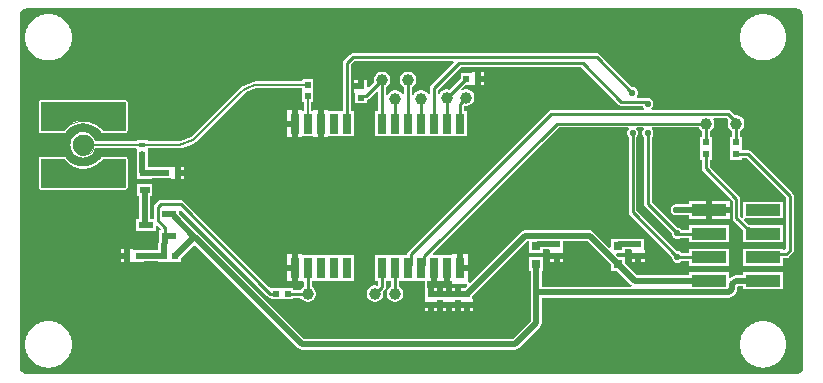
<source format=gtl>
G04*
G04 #@! TF.GenerationSoftware,Altium Limited,Altium Designer,21.6.4 (81)*
G04*
G04 Layer_Physical_Order=1*
G04 Layer_Color=255*
%FSLAX25Y25*%
%MOIN*%
G70*
G04*
G04 #@! TF.SameCoordinates,58B769C5-09E4-400E-A119-9391F3B74D98*
G04*
G04*
G04 #@! TF.FilePolarity,Positive*
G04*
G01*
G75*
%ADD10C,0.00700*%
%ADD19R,0.05000X0.02200*%
%ADD20R,0.03543X0.02362*%
%ADD21R,0.01968X0.02362*%
%ADD22R,0.03150X0.03150*%
%ADD23R,0.01968X0.01575*%
%ADD24R,0.11614X0.04016*%
%ADD25R,0.19685X0.03937*%
%ADD26C,0.03937*%
%ADD27R,0.01968X0.01968*%
%ADD28R,0.01968X0.01968*%
%ADD29R,0.02362X0.01968*%
%ADD41C,0.00050*%
%ADD42R,0.03150X0.07080*%
%ADD43C,0.01000*%
%ADD44C,0.02000*%
%ADD45C,0.02165*%
%ADD46C,0.02200*%
G36*
X851834Y812659D02*
X852316Y812460D01*
X852749Y812170D01*
X853118Y811802D01*
X853407Y811369D01*
X853607Y810888D01*
X853709Y810377D01*
X853709Y810117D01*
X853697Y693366D01*
X853698Y693366D01*
X853697Y693366D01*
X853697Y693129D01*
X853605Y692665D01*
X853424Y692227D01*
X853161Y691833D01*
X852826Y691498D01*
X852433Y691234D01*
X851995Y691053D01*
X851531Y690960D01*
X851294Y690960D01*
X594965Y690976D01*
X594965Y690976D01*
X594965Y690976D01*
X594718D01*
X594233Y691072D01*
X593776Y691261D01*
X593365Y691536D01*
X593016Y691885D01*
X592741Y692296D01*
X592552Y692753D01*
X592456Y693237D01*
X592456Y693484D01*
X592456Y693484D01*
X592456Y693484D01*
X592448Y810142D01*
X592448Y810399D01*
X592548Y810903D01*
X592745Y811378D01*
X593030Y811805D01*
X593394Y812169D01*
X593821Y812455D01*
X594296Y812652D01*
X594800Y812752D01*
X595057Y812753D01*
X851063Y812761D01*
X851324D01*
X851834Y812659D01*
D02*
G37*
%LPC*%
G36*
X840865Y810842D02*
X839663D01*
X839508Y810811D01*
X839349D01*
X838171Y810577D01*
X838024Y810516D01*
X837869Y810485D01*
X836759Y810025D01*
X836627Y809937D01*
X836481Y809877D01*
X835482Y809209D01*
X835370Y809097D01*
X835238Y809009D01*
X834388Y808159D01*
X834301Y808028D01*
X834189Y807916D01*
X833521Y806917D01*
X833460Y806770D01*
X833372Y806639D01*
X832913Y805528D01*
X832882Y805373D01*
X832821Y805227D01*
X832587Y804048D01*
Y803890D01*
X832556Y803735D01*
Y802533D01*
X832587Y802378D01*
Y802220D01*
X832821Y801041D01*
X832882Y800895D01*
X832913Y800739D01*
X833372Y799629D01*
X833460Y799497D01*
X833521Y799351D01*
X834189Y798352D01*
X834301Y798240D01*
X834388Y798108D01*
X835238Y797259D01*
X835370Y797171D01*
X835482Y797059D01*
X836481Y796391D01*
X836627Y796330D01*
X836759Y796243D01*
X837869Y795783D01*
X838024Y795752D01*
X838171Y795691D01*
X839349Y795457D01*
X839508D01*
X839663Y795426D01*
X840865D01*
X841020Y795457D01*
X841178D01*
X842357Y795691D01*
X842503Y795752D01*
X842658Y795783D01*
X843769Y796243D01*
X843900Y796330D01*
X844046Y796391D01*
X845046Y797059D01*
X845158Y797171D01*
X845289Y797259D01*
X846139Y798108D01*
X846227Y798240D01*
X846339Y798352D01*
X847007Y799351D01*
X847067Y799497D01*
X847155Y799629D01*
X847615Y800739D01*
X847646Y800895D01*
X847706Y801041D01*
X847941Y802220D01*
Y802378D01*
X847972Y802533D01*
Y803735D01*
X847941Y803890D01*
Y804048D01*
X847706Y805227D01*
X847646Y805373D01*
X847615Y805528D01*
X847155Y806639D01*
X847067Y806770D01*
X847007Y806917D01*
X846339Y807916D01*
X846227Y808028D01*
X846139Y808159D01*
X845289Y809009D01*
X845158Y809097D01*
X845046Y809209D01*
X844046Y809877D01*
X843900Y809937D01*
X843769Y810025D01*
X842658Y810485D01*
X842503Y810516D01*
X842357Y810577D01*
X841178Y810811D01*
X841020D01*
X840865Y810842D01*
D02*
G37*
G36*
X602676D02*
X601474D01*
X601319Y810811D01*
X601160D01*
X599981Y810577D01*
X599835Y810516D01*
X599680Y810485D01*
X598570Y810025D01*
X598438Y809937D01*
X598292Y809877D01*
X597293Y809209D01*
X597181Y809097D01*
X597049Y809009D01*
X596199Y808159D01*
X596111Y808028D01*
X596000Y807916D01*
X595332Y806917D01*
X595271Y806770D01*
X595184Y806639D01*
X594724Y805528D01*
X594693Y805373D01*
X594632Y805227D01*
X594398Y804048D01*
Y803890D01*
X594367Y803735D01*
Y802533D01*
X594398Y802378D01*
Y802220D01*
X594632Y801041D01*
X594693Y800895D01*
X594724Y800739D01*
X595184Y799629D01*
X595271Y799497D01*
X595332Y799351D01*
X596000Y798352D01*
X596112Y798240D01*
X596199Y798108D01*
X597049Y797259D01*
X597181Y797171D01*
X597293Y797059D01*
X598292Y796391D01*
X598438Y796330D01*
X598570Y796243D01*
X599680Y795783D01*
X599835Y795752D01*
X599981Y795691D01*
X601160Y795457D01*
X601319D01*
X601474Y795426D01*
X602676D01*
X602831Y795457D01*
X602989D01*
X604168Y795691D01*
X604314Y795752D01*
X604469Y795783D01*
X605580Y796243D01*
X605711Y796330D01*
X605857Y796391D01*
X606857Y797059D01*
X606969Y797171D01*
X607100Y797259D01*
X607950Y798108D01*
X608038Y798240D01*
X608150Y798352D01*
X608818Y799351D01*
X608878Y799497D01*
X608966Y799629D01*
X609426Y800739D01*
X609457Y800895D01*
X609517Y801041D01*
X609752Y802220D01*
Y802378D01*
X609783Y802533D01*
Y803735D01*
X609752Y803890D01*
Y804048D01*
X609517Y805227D01*
X609457Y805373D01*
X609426Y805528D01*
X608966Y806639D01*
X608878Y806770D01*
X608818Y806917D01*
X608150Y807916D01*
X608038Y808028D01*
X607950Y808159D01*
X607100Y809009D01*
X606969Y809097D01*
X606857Y809209D01*
X605857Y809877D01*
X605711Y809937D01*
X605580Y810025D01*
X604469Y810485D01*
X604314Y810516D01*
X604168Y810577D01*
X602989Y810811D01*
X602831D01*
X602676Y810842D01*
D02*
G37*
G36*
X746181Y791551D02*
Y790370D01*
X747165D01*
Y791551D01*
X746181D01*
D02*
G37*
G36*
X690263Y789173D02*
X686720D01*
Y788563D01*
X672964D01*
X672949Y788566D01*
Y788573D01*
X671201Y788436D01*
X669496Y788027D01*
X667877Y787356D01*
X666382Y786440D01*
X665049Y785301D01*
X665054Y785296D01*
X665045Y785283D01*
X650836Y771073D01*
X650804Y771026D01*
X649505Y769960D01*
X647974Y769142D01*
X646313Y768638D01*
X644641Y768473D01*
X644586Y768484D01*
X635093D01*
Y768898D01*
X631550D01*
Y768484D01*
X617725D01*
X617326Y769447D01*
X616983Y769894D01*
X616955Y769936D01*
X616937Y769954D01*
X616651Y770327D01*
X616278Y770613D01*
X616260Y770631D01*
X616218Y770659D01*
X615771Y771002D01*
X614746Y771426D01*
X614188Y771500D01*
X614138Y771510D01*
X614112D01*
X613646Y771571D01*
X613180Y771510D01*
X613155D01*
X613105Y771500D01*
X612547Y771426D01*
X611522Y771002D01*
X611075Y770659D01*
X611033Y770631D01*
X611015Y770613D01*
X610642Y770327D01*
X610356Y769954D01*
X610338Y769936D01*
X610310Y769894D01*
X609967Y769447D01*
X609542Y768422D01*
X609469Y767864D01*
X609459Y767814D01*
Y767789D01*
X609398Y767322D01*
X609459Y766856D01*
Y766831D01*
X609469Y766781D01*
X609542Y766223D01*
X609967Y765198D01*
X610310Y764752D01*
X610338Y764709D01*
X610356Y764691D01*
X610642Y764318D01*
X611015Y764032D01*
X611033Y764014D01*
X611075Y763986D01*
X611522Y763643D01*
X612547Y763218D01*
X613105Y763145D01*
X613155Y763135D01*
X613180D01*
X613646Y763074D01*
X614112Y763135D01*
X614138D01*
X614188Y763145D01*
X614746Y763218D01*
X615771Y763643D01*
X616217Y763986D01*
X616260Y764014D01*
X616278Y764032D01*
X616651Y764318D01*
X616937Y764691D01*
X616955Y764709D01*
X616983Y764751D01*
X617326Y765198D01*
X617725Y766162D01*
X631341D01*
X631550Y765748D01*
Y764429D01*
X631499Y764173D01*
Y759378D01*
X631499Y759378D01*
X631563Y759054D01*
Y758206D01*
X631563Y758206D01*
X631598Y758030D01*
Y756056D01*
X636717D01*
Y756203D01*
X641001D01*
X641257Y756253D01*
X642785Y756253D01*
X643197Y756041D01*
X643428Y756041D01*
X644181D01*
Y758025D01*
Y760009D01*
X643197D01*
X642785Y759797D01*
X641257Y759797D01*
X641001Y759847D01*
X636717D01*
Y759994D01*
X635144D01*
Y764173D01*
X635093Y764429D01*
Y765748D01*
X635302Y766162D01*
X644570D01*
X644586Y766158D01*
Y766151D01*
X646333Y766289D01*
X648038Y766698D01*
X649658Y767369D01*
X651152Y768285D01*
X652485Y769423D01*
X652485Y769423D01*
X652831Y769783D01*
X666699Y783651D01*
X666730Y783699D01*
X668029Y784764D01*
X669560Y785583D01*
X671221Y786087D01*
X672893Y786251D01*
X672949Y786240D01*
X686720D01*
Y785736D01*
X686720Y785630D01*
Y785236D01*
X686720Y785130D01*
Y781693D01*
X687332D01*
Y778736D01*
X686736D01*
Y778949D01*
X685161D01*
Y774409D01*
Y769869D01*
X686736D01*
Y770081D01*
X690246D01*
Y769869D01*
X691822D01*
Y774409D01*
Y778949D01*
X690246D01*
Y778736D01*
X689651D01*
Y781693D01*
X690263D01*
Y785130D01*
X690263Y785236D01*
Y785630D01*
X690263Y785736D01*
Y789173D01*
D02*
G37*
G36*
X705205Y788992D02*
X704024D01*
Y788008D01*
X705205D01*
Y788992D01*
D02*
G37*
G36*
X747165Y788370D02*
X746181D01*
Y787189D01*
X747165D01*
Y788370D01*
D02*
G37*
G36*
X683161Y778949D02*
X681587D01*
Y775409D01*
X683161D01*
Y778949D01*
D02*
G37*
G36*
X627646Y782251D02*
X599646D01*
X599329Y782188D01*
X599061Y782008D01*
X598881Y781740D01*
X598818Y781423D01*
Y772122D01*
X598881Y771805D01*
X599061Y771537D01*
X599329Y771357D01*
X599646Y771294D01*
X607184D01*
X607486Y771354D01*
X607501Y771357D01*
X607502Y771358D01*
X607770Y771537D01*
X607869Y771613D01*
X607870Y771613D01*
X607870Y771613D01*
X608539Y772430D01*
X609634Y773328D01*
X610883Y773995D01*
X612237Y774406D01*
X613646Y774545D01*
X615055Y774406D01*
X616410Y773995D01*
X617659Y773328D01*
X618753Y772430D01*
X619423Y771613D01*
X619423Y771613D01*
X619423Y771613D01*
X619523Y771537D01*
X619791Y771358D01*
X619792Y771357D01*
X619807Y771354D01*
X620109Y771294D01*
X627646D01*
X627963Y771357D01*
X628232Y771537D01*
X628412Y771805D01*
X628475Y772122D01*
Y781423D01*
X628412Y781740D01*
X628232Y782008D01*
X627963Y782188D01*
X627646Y782251D01*
D02*
G37*
G36*
X683161Y773409D02*
X681587D01*
Y769869D01*
X683161D01*
Y773409D01*
D02*
G37*
G36*
X627646Y763351D02*
X620109D01*
X619807Y763291D01*
X619792Y763288D01*
X619791Y763287D01*
X619523Y763108D01*
X619423Y763032D01*
X619423Y763032D01*
X619423Y763032D01*
X618753Y762216D01*
X617659Y761317D01*
X616410Y760650D01*
X615055Y760239D01*
X613646Y760100D01*
X612237Y760239D01*
X610883Y760650D01*
X609634Y761317D01*
X608539Y762216D01*
X607870Y763032D01*
X607870Y763032D01*
X607869Y763032D01*
X607770Y763108D01*
X607502Y763287D01*
X607501Y763288D01*
X607486Y763291D01*
X607184Y763351D01*
X599646D01*
X599329Y763288D01*
X599061Y763108D01*
X598881Y762840D01*
X598818Y762523D01*
Y753223D01*
X598881Y752906D01*
X599061Y752637D01*
X599329Y752457D01*
X599646Y752394D01*
X627646D01*
X627963Y752457D01*
X628232Y752637D01*
X628412Y752906D01*
X628475Y753223D01*
Y762523D01*
X628412Y762840D01*
X628232Y763108D01*
X627963Y763288D01*
X627646Y763351D01*
D02*
G37*
G36*
X646181Y760009D02*
Y759025D01*
X647165D01*
Y760009D01*
X646181D01*
D02*
G37*
G36*
X647165Y757025D02*
X646181D01*
Y756041D01*
X647165D01*
Y757025D01*
D02*
G37*
G36*
X821327Y748598D02*
X815520D01*
Y747413D01*
X811719D01*
X811323Y747492D01*
X810625Y747353D01*
X810034Y746958D01*
X809639Y746367D01*
X809500Y745669D01*
X809639Y744972D01*
X810034Y744381D01*
X810113Y744302D01*
X810113Y744302D01*
X810704Y743907D01*
X811402Y743768D01*
X815520D01*
Y742583D01*
X821327D01*
Y745591D01*
X822327D01*
D01*
X821327D01*
Y748598D01*
D02*
G37*
G36*
X829134D02*
X823327D01*
Y746591D01*
X829134D01*
Y748598D01*
D02*
G37*
G36*
Y744591D02*
X823327D01*
Y742583D01*
X829134D01*
Y744591D01*
D02*
G37*
G36*
X784931Y797769D02*
X703449D01*
X702947Y797669D01*
X702521Y797385D01*
X700553Y795418D01*
X700269Y794992D01*
X700169Y794489D01*
Y778736D01*
X695397D01*
Y778949D01*
X693822D01*
Y774409D01*
Y769869D01*
X695397D01*
Y770081D01*
X703844D01*
Y778736D01*
X702794D01*
Y793946D01*
X703993Y795144D01*
X737028D01*
X737219Y794682D01*
X729686Y787149D01*
X729401Y786723D01*
X729302Y786221D01*
Y783968D01*
X729109Y783896D01*
X728802Y783882D01*
X728487Y784427D01*
X727974Y784940D01*
X727345Y785303D01*
X726644Y785491D01*
X725919D01*
X725218Y785303D01*
X724589Y784940D01*
X724076Y784427D01*
X723764Y783886D01*
X723416Y783913D01*
X723264Y783972D01*
Y786551D01*
X723645Y786771D01*
X724158Y787284D01*
X724521Y787913D01*
X724709Y788614D01*
Y789339D01*
X724521Y790040D01*
X724158Y790668D01*
X723645Y791182D01*
X723017Y791544D01*
X722316Y791732D01*
X721590D01*
X720889Y791544D01*
X720261Y791182D01*
X719747Y790668D01*
X719385Y790040D01*
X719197Y789339D01*
Y788614D01*
X719385Y787913D01*
X719747Y787284D01*
X720261Y786771D01*
X720639Y786553D01*
Y783972D01*
X720487Y783913D01*
X720139Y783886D01*
X719827Y784427D01*
X719314Y784940D01*
X718685Y785303D01*
X717984Y785491D01*
X717259D01*
X716558Y785303D01*
X715929Y784940D01*
X715416Y784427D01*
X715104Y783886D01*
X714756Y783913D01*
X714604Y783972D01*
Y786552D01*
X714984Y786771D01*
X715497Y787284D01*
X715860Y787913D01*
X716047Y788614D01*
Y789339D01*
X715860Y790040D01*
X715497Y790668D01*
X714984Y791182D01*
X714355Y791544D01*
X713654Y791732D01*
X712929D01*
X712228Y791544D01*
X711599Y791182D01*
X711086Y790668D01*
X710723Y790040D01*
X710536Y789339D01*
Y788614D01*
X710649Y788190D01*
X708848Y786389D01*
X708386Y786580D01*
Y788992D01*
X707205D01*
Y787008D01*
X706205D01*
Y786008D01*
X704024D01*
Y785024D01*
X704024D01*
X704236Y784612D01*
Y781299D01*
X708173D01*
Y782303D01*
X708373Y782342D01*
X708798Y782627D01*
X711517Y785346D01*
X711979Y785154D01*
Y778736D01*
X710929D01*
Y770081D01*
X741634D01*
Y778736D01*
X740584D01*
Y780087D01*
X740881Y780315D01*
X741607D01*
X742308Y780503D01*
X742936Y780866D01*
X743449Y781379D01*
X743812Y782007D01*
X744000Y782708D01*
Y783434D01*
X743812Y784135D01*
X743449Y784763D01*
X742936Y785276D01*
X742308Y785639D01*
X741607Y785827D01*
X740881D01*
X740180Y785639D01*
X739934Y785497D01*
X739627Y785897D01*
X741132Y787402D01*
X742785Y787402D01*
X743197Y787189D01*
X743428Y787189D01*
X744181D01*
Y789370D01*
Y791551D01*
X743197D01*
X742785Y791339D01*
X739472Y791339D01*
Y789455D01*
X735731Y785713D01*
X735308Y785827D01*
X734582D01*
X733881Y785639D01*
X733253Y785276D01*
X732740Y784763D01*
X732427Y784221D01*
X732090Y784244D01*
X731927Y784307D01*
Y785677D01*
X739426Y793176D01*
X779677D01*
X792131Y780722D01*
X792557Y780437D01*
X793059Y780337D01*
X800116D01*
X800289Y779921D01*
X800732Y779478D01*
X800640Y779087D01*
X800579Y778978D01*
X769697D01*
X769195Y778878D01*
X768769Y778593D01*
X721871Y731696D01*
X721586Y731270D01*
X721486Y730767D01*
Y730706D01*
X710929D01*
Y722051D01*
X711979D01*
Y720739D01*
X711572Y720397D01*
X711292Y720472D01*
X710566D01*
X709865Y720285D01*
X709237Y719922D01*
X708724Y719409D01*
X708361Y718780D01*
X708173Y718079D01*
Y717354D01*
X708361Y716653D01*
X708724Y716024D01*
X709237Y715511D01*
X709865Y715148D01*
X710566Y714961D01*
X711292D01*
X711993Y715148D01*
X712621Y715511D01*
X713134Y716024D01*
X713497Y716653D01*
X713685Y717354D01*
Y718079D01*
X713572Y718503D01*
X714220Y719151D01*
X714504Y719577D01*
X714604Y720079D01*
Y722051D01*
X716309D01*
Y720141D01*
X715930Y719922D01*
X715417Y719409D01*
X715054Y718780D01*
X714866Y718079D01*
Y717354D01*
X715054Y716653D01*
X715417Y716024D01*
X715930Y715511D01*
X716558Y715148D01*
X717259Y714961D01*
X717985D01*
X718686Y715148D01*
X719314Y715511D01*
X719827Y716024D01*
X720190Y716653D01*
X720378Y717354D01*
Y718079D01*
X720190Y718780D01*
X719827Y719409D01*
X719314Y719922D01*
X718935Y720141D01*
Y722051D01*
X727275D01*
X727449Y721839D01*
Y719701D01*
X727510Y719393D01*
X727630Y719214D01*
Y717717D01*
X727661Y717560D01*
Y716176D01*
X727449Y715764D01*
X727449Y715764D01*
X727449Y715764D01*
Y714780D01*
X729433D01*
X731417D01*
Y715324D01*
X731417Y715733D01*
X731748Y715733D01*
X733574D01*
Y714780D01*
X735558D01*
X737542D01*
Y715733D01*
X739319D01*
X739649Y715733D01*
Y714780D01*
X741634D01*
X743618D01*
Y715764D01*
X743618D01*
X743405Y716176D01*
Y716911D01*
X761711Y735217D01*
X762304D01*
Y731199D01*
X767028D01*
Y732430D01*
X768932D01*
X769378Y732299D01*
X769378Y731930D01*
Y731315D01*
X771559D01*
X773740D01*
Y732299D01*
X773528Y732711D01*
X773528Y735217D01*
X781693D01*
X789469Y727441D01*
Y725294D01*
X791616D01*
X796230Y720680D01*
X796506Y720496D01*
X796354Y719996D01*
X766489D01*
Y725294D01*
X767028D01*
Y730018D01*
X762304D01*
Y725294D01*
X762844D01*
Y718173D01*
Y708619D01*
X756834Y702610D01*
X687275D01*
X652178Y737706D01*
X652060Y737785D01*
X651982Y737903D01*
X651981Y737903D01*
X645576Y744309D01*
Y745516D01*
X646076Y745723D01*
X675011Y716788D01*
X675436Y716504D01*
X675939Y716404D01*
X676087D01*
Y715748D01*
X679524D01*
X679630Y715748D01*
X680024D01*
X680130Y715748D01*
X683567D01*
Y716404D01*
X686064D01*
X686283Y716024D01*
X686796Y715511D01*
X687424Y715148D01*
X688125Y714961D01*
X688851D01*
X689552Y715148D01*
X690180Y715511D01*
X690694Y716024D01*
X691056Y716653D01*
X691244Y717354D01*
Y718079D01*
X691056Y718780D01*
X690694Y719409D01*
X690180Y719922D01*
X689804Y720139D01*
Y722051D01*
X703844D01*
Y730706D01*
X686736D01*
Y730919D01*
X685161D01*
Y726379D01*
Y721839D01*
X686736D01*
Y721839D01*
X687179Y721700D01*
Y720143D01*
X686796Y719922D01*
X686283Y719409D01*
X686064Y719029D01*
X683567D01*
Y719685D01*
X680130D01*
X680024Y719685D01*
X679630D01*
X679524Y719685D01*
X676087D01*
X676087Y719685D01*
Y719685D01*
X675652Y719860D01*
X647036Y748475D01*
X646610Y748760D01*
X646108Y748860D01*
X639530D01*
X639027Y748760D01*
X638602Y748475D01*
X637573Y747446D01*
X637288Y747021D01*
X637188Y746518D01*
Y742439D01*
X635980D01*
Y750151D01*
X636717D01*
Y754088D01*
X631598D01*
Y750151D01*
X632335D01*
Y742439D01*
X631401D01*
Y738664D01*
X637976D01*
Y740129D01*
X638438Y740320D01*
X639422Y739336D01*
X639228Y738836D01*
X639001D01*
Y736968D01*
X638977Y736849D01*
Y735255D01*
X638773Y734949D01*
X638634Y734252D01*
X638634Y734252D01*
Y732137D01*
X633961D01*
Y732283D01*
X630648Y732283D01*
X630236Y732496D01*
X630005Y732496D01*
X629252D01*
Y730315D01*
Y728134D01*
X630236D01*
X630648Y728346D01*
X633961Y728346D01*
Y728492D01*
X638685D01*
Y728346D01*
X642228D01*
Y728346D01*
X642622D01*
Y728346D01*
X646165D01*
Y729509D01*
X650693Y734037D01*
X685231Y699499D01*
X685231Y699499D01*
X685822Y699104D01*
X686520Y698965D01*
X757589D01*
X757589Y698965D01*
X758287Y699104D01*
X758878Y699499D01*
X765955Y706576D01*
X765955Y706576D01*
X766350Y707167D01*
X766489Y707865D01*
X766489Y707865D01*
Y716351D01*
X828874D01*
X828874Y716351D01*
X829572Y716490D01*
X830163Y716885D01*
X831210Y717932D01*
X831210Y717932D01*
X831605Y718523D01*
X831744Y719220D01*
X831744Y719220D01*
Y720042D01*
X831848Y720146D01*
X833646D01*
Y719173D01*
X846835D01*
Y724764D01*
X833646D01*
Y723791D01*
X831093D01*
X830395Y723652D01*
X829804Y723257D01*
X829804Y723257D01*
X829383Y722836D01*
X828921Y723028D01*
Y724764D01*
X815732D01*
Y723791D01*
X798274D01*
X794194Y727871D01*
Y730018D01*
X792046D01*
X791327Y730737D01*
X791519Y731199D01*
X794194D01*
Y732430D01*
X796097D01*
X796543Y732299D01*
X796543Y731930D01*
Y731315D01*
X798724D01*
X800906D01*
Y732299D01*
X800693Y732711D01*
X800693Y736024D01*
X798980D01*
X798724Y736074D01*
X793578D01*
X793578Y736074D01*
X792996Y735959D01*
X792406D01*
X792230Y735924D01*
X789469D01*
Y733249D01*
X789007Y733057D01*
X783737Y738328D01*
X783145Y738723D01*
X782448Y738862D01*
X782448Y738862D01*
X760957D01*
X760957Y738862D01*
X760259Y738723D01*
X759668Y738328D01*
X759668Y738328D01*
X742724Y721384D01*
X742120Y721434D01*
X742103Y721445D01*
X741847Y721839D01*
Y725379D01*
X739272D01*
Y726379D01*
X738272D01*
Y730919D01*
X736696D01*
Y730706D01*
X730365D01*
X730174Y731168D01*
X772103Y773097D01*
X795226D01*
X795433Y772597D01*
X795170Y772335D01*
X794886Y771647D01*
Y770903D01*
X795170Y770216D01*
X795443Y769943D01*
Y744882D01*
X795543Y744380D01*
X795828Y743954D01*
X809846Y729935D01*
Y729549D01*
X810131Y728862D01*
X810657Y728336D01*
X811345Y728051D01*
X812088D01*
X812776Y728336D01*
X813049Y728609D01*
X815732D01*
Y727047D01*
X828921D01*
Y732638D01*
X815732D01*
Y731234D01*
X813049D01*
X812776Y731507D01*
X812088Y731791D01*
X811703D01*
X798069Y745426D01*
Y769943D01*
X798341Y770216D01*
X798626Y770903D01*
Y771647D01*
X798341Y772335D01*
X798079Y772597D01*
X798286Y773097D01*
X800359D01*
X800566Y772597D01*
X800289Y772319D01*
X800004Y771632D01*
Y770888D01*
X800289Y770200D01*
X800561Y769928D01*
Y747638D01*
X800661Y747135D01*
X800946Y746710D01*
X809846Y737809D01*
Y737423D01*
X810131Y736736D01*
X810657Y736210D01*
X811345Y735925D01*
X812088D01*
X812776Y736210D01*
X812970Y736404D01*
X815732D01*
Y734921D01*
X828921D01*
Y740512D01*
X815732D01*
Y739029D01*
X813127D01*
X812776Y739381D01*
X812088Y739665D01*
X811703D01*
X803187Y748181D01*
Y769928D01*
X803459Y770200D01*
X803744Y770888D01*
Y771632D01*
X803459Y772319D01*
X803182Y772597D01*
X803389Y773097D01*
X818764D01*
X818983Y772717D01*
X819497Y772204D01*
X819876Y771985D01*
Y769882D01*
X819220D01*
Y766445D01*
X819220Y766339D01*
Y765945D01*
X819220Y765839D01*
Y762402D01*
X819876D01*
Y759425D01*
X819976Y758923D01*
X820261Y758497D01*
X830089Y748669D01*
Y742913D01*
X830189Y742411D01*
X830473Y741985D01*
X833611Y738848D01*
Y738724D01*
X833611Y738724D01*
X833646Y738548D01*
Y734921D01*
X846835D01*
Y740512D01*
X836211D01*
X836131Y740566D01*
X835475Y740696D01*
X833876Y742295D01*
X834083Y742795D01*
X846835D01*
Y748386D01*
X833646D01*
Y743233D01*
X833146Y743026D01*
X832714Y743457D01*
Y749213D01*
X832614Y749715D01*
X832330Y750141D01*
X822501Y759969D01*
Y762402D01*
X823157D01*
Y765839D01*
X823157Y765945D01*
Y766339D01*
X823157Y766445D01*
Y769882D01*
X822501D01*
Y771985D01*
X822881Y772204D01*
X823394Y772717D01*
X823757Y773346D01*
X823945Y774047D01*
Y774772D01*
X823757Y775473D01*
X823538Y775853D01*
X823826Y776353D01*
X827996D01*
X828752Y775597D01*
X828680Y775473D01*
X828493Y774772D01*
Y774047D01*
X828680Y773346D01*
X829043Y772717D01*
X829556Y772204D01*
X829936Y771985D01*
Y769882D01*
X829280D01*
Y766445D01*
X829280Y766339D01*
Y765945D01*
X829280Y765839D01*
Y762402D01*
X833217D01*
Y762861D01*
X834795D01*
X847806Y749850D01*
Y732566D01*
X847403Y732163D01*
X846835D01*
Y732638D01*
X841424D01*
X841248Y732673D01*
X841072Y732638D01*
X833646D01*
Y727047D01*
X846835D01*
Y729538D01*
X847946D01*
X848449Y729638D01*
X848875Y729922D01*
X850046Y731094D01*
X850331Y731520D01*
X850431Y732022D01*
Y750394D01*
X850331Y750896D01*
X850046Y751322D01*
X836267Y765101D01*
X835841Y765386D01*
X835339Y765486D01*
X833571D01*
X833217Y765945D01*
Y766339D01*
X833217Y766445D01*
Y769882D01*
X832561D01*
Y771985D01*
X832940Y772204D01*
X833454Y772717D01*
X833817Y773346D01*
X834004Y774047D01*
Y774772D01*
X833817Y775473D01*
X833454Y776102D01*
X832940Y776615D01*
X832312Y776977D01*
X831611Y777165D01*
X830896D01*
X829467Y778593D01*
X829042Y778878D01*
X828539Y778978D01*
X803169D01*
X803108Y779087D01*
X803016Y779478D01*
X803459Y779921D01*
X803744Y780609D01*
Y781353D01*
X803459Y782040D01*
X802933Y782566D01*
X802246Y782851D01*
X801502D01*
X801445Y782827D01*
X801392Y782862D01*
X800890Y782962D01*
X798411D01*
X798203Y783462D01*
X798327Y783586D01*
X798612Y784274D01*
Y785018D01*
X798327Y785705D01*
X797801Y786231D01*
X797114Y786516D01*
X796728D01*
X785859Y797385D01*
X785433Y797669D01*
X784931Y797769D01*
D02*
G37*
G36*
X627252Y732496D02*
X626268D01*
Y731315D01*
X627252D01*
Y732496D01*
D02*
G37*
G36*
X800906Y729315D02*
X799724D01*
Y728331D01*
X800906D01*
Y729315D01*
D02*
G37*
G36*
X797724D02*
X796543D01*
Y728331D01*
X797724D01*
Y729315D01*
D02*
G37*
G36*
X773740Y729315D02*
X772559D01*
Y728331D01*
X773740D01*
Y729315D01*
D02*
G37*
G36*
X770559D02*
X769378D01*
Y728331D01*
X770559D01*
Y729315D01*
D02*
G37*
G36*
X627252Y729315D02*
X626268D01*
Y728134D01*
X627252D01*
Y729315D01*
D02*
G37*
G36*
X741847Y730919D02*
X740272D01*
Y727379D01*
X741847D01*
Y730919D01*
D02*
G37*
G36*
X683161D02*
X681587D01*
Y727379D01*
X683161D01*
Y730919D01*
D02*
G37*
G36*
Y725379D02*
X681587D01*
Y721839D01*
X683161D01*
Y725379D01*
D02*
G37*
G36*
X743618Y712780D02*
X742634D01*
Y711795D01*
X743618D01*
Y712780D01*
D02*
G37*
G36*
X740634D02*
X739649D01*
Y711795D01*
X740634D01*
Y712780D01*
D02*
G37*
G36*
X737542Y712780D02*
X736558D01*
Y711795D01*
X737542D01*
Y712780D01*
D02*
G37*
G36*
X734558D02*
X733574D01*
Y711795D01*
X734558D01*
Y712780D01*
D02*
G37*
G36*
X731417Y712780D02*
X730433D01*
Y711795D01*
X731417D01*
Y712780D01*
D02*
G37*
G36*
X728433D02*
X727449D01*
Y711795D01*
X728433D01*
Y712780D01*
D02*
G37*
G36*
X840865Y708480D02*
X839663D01*
X839508Y708449D01*
X839349D01*
X838171Y708214D01*
X838024Y708154D01*
X837869Y708123D01*
X836759Y707663D01*
X836627Y707575D01*
X836481Y707514D01*
X835482Y706847D01*
X835370Y706735D01*
X835238Y706647D01*
X834388Y705797D01*
X834301Y705665D01*
X834189Y705554D01*
X833521Y704554D01*
X833460Y704408D01*
X833372Y704277D01*
X832913Y703166D01*
X832882Y703011D01*
X832821Y702865D01*
X832587Y701686D01*
Y701528D01*
X832556Y701373D01*
Y700171D01*
X832587Y700015D01*
Y699857D01*
X832821Y698678D01*
X832882Y698532D01*
X832913Y698377D01*
X833372Y697267D01*
X833460Y697135D01*
X833521Y696989D01*
X834189Y695990D01*
X834301Y695878D01*
X834388Y695746D01*
X835238Y694896D01*
X835370Y694808D01*
X835482Y694697D01*
X836481Y694029D01*
X836627Y693968D01*
X836759Y693880D01*
X837869Y693420D01*
X838024Y693390D01*
X838171Y693329D01*
X839349Y693094D01*
X839508D01*
X839663Y693064D01*
X840865D01*
X841020Y693094D01*
X841178D01*
X842357Y693329D01*
X842503Y693390D01*
X842658Y693420D01*
X843769Y693880D01*
X843900Y693968D01*
X844046Y694029D01*
X845046Y694697D01*
X845158Y694808D01*
X845289Y694896D01*
X846139Y695746D01*
X846227Y695878D01*
X846339Y695990D01*
X847007Y696989D01*
X847067Y697135D01*
X847155Y697267D01*
X847615Y698377D01*
X847646Y698532D01*
X847706Y698678D01*
X847941Y699857D01*
Y700015D01*
X847972Y700171D01*
Y701373D01*
X847941Y701528D01*
Y701686D01*
X847706Y702865D01*
X847646Y703011D01*
X847615Y703166D01*
X847155Y704277D01*
X847067Y704408D01*
X847007Y704554D01*
X846339Y705554D01*
X846227Y705666D01*
X846139Y705797D01*
X845289Y706647D01*
X845158Y706735D01*
X845046Y706847D01*
X844046Y707514D01*
X843900Y707575D01*
X843769Y707663D01*
X842658Y708123D01*
X842503Y708154D01*
X842357Y708214D01*
X841178Y708449D01*
X841020D01*
X840865Y708480D01*
D02*
G37*
G36*
X602676D02*
X601474D01*
X601319Y708449D01*
X601160D01*
X599981Y708214D01*
X599835Y708154D01*
X599680Y708123D01*
X598570Y707663D01*
X598438Y707575D01*
X598292Y707514D01*
X597293Y706847D01*
X597181Y706735D01*
X597049Y706647D01*
X596199Y705797D01*
X596111Y705665D01*
X596000Y705554D01*
X595332Y704554D01*
X595271Y704408D01*
X595184Y704277D01*
X594724Y703166D01*
X594693Y703011D01*
X594632Y702865D01*
X594398Y701686D01*
Y701528D01*
X594367Y701373D01*
Y700171D01*
X594398Y700015D01*
Y699857D01*
X594632Y698678D01*
X594693Y698532D01*
X594724Y698377D01*
X595184Y697267D01*
X595271Y697135D01*
X595332Y696989D01*
X596000Y695990D01*
X596112Y695878D01*
X596199Y695746D01*
X597049Y694896D01*
X597181Y694808D01*
X597293Y694697D01*
X598292Y694029D01*
X598438Y693968D01*
X598570Y693880D01*
X599680Y693420D01*
X599835Y693390D01*
X599981Y693329D01*
X601160Y693094D01*
X601319D01*
X601474Y693064D01*
X602676D01*
X602831Y693094D01*
X602989D01*
X604168Y693329D01*
X604314Y693390D01*
X604469Y693420D01*
X605580Y693880D01*
X605711Y693968D01*
X605857Y694029D01*
X606857Y694697D01*
X606969Y694808D01*
X607100Y694896D01*
X607950Y695746D01*
X608038Y695878D01*
X608150Y695990D01*
X608818Y696989D01*
X608878Y697135D01*
X608966Y697267D01*
X609426Y698377D01*
X609457Y698532D01*
X609517Y698678D01*
X609752Y699857D01*
Y700015D01*
X609783Y700171D01*
Y701373D01*
X609752Y701528D01*
Y701686D01*
X609517Y702865D01*
X609457Y703011D01*
X609426Y703166D01*
X608966Y704277D01*
X608878Y704408D01*
X608818Y704554D01*
X608150Y705554D01*
X608038Y705666D01*
X607950Y705797D01*
X607100Y706647D01*
X606969Y706735D01*
X606857Y706847D01*
X605857Y707514D01*
X605711Y707575D01*
X605580Y707663D01*
X604469Y708123D01*
X604314Y708154D01*
X604168Y708214D01*
X602989Y708449D01*
X602831D01*
X602676Y708480D01*
D02*
G37*
%LPD*%
G36*
X614638Y770592D02*
X615257Y770336D01*
X615814Y769964D01*
X616287Y769490D01*
X616659Y768933D01*
X616916Y768314D01*
X617046Y767657D01*
Y767322D01*
Y766988D01*
X616916Y766331D01*
X616659Y765712D01*
X616287Y765155D01*
X615814Y764682D01*
X615257Y764310D01*
X614638Y764053D01*
X613981Y763923D01*
X613311D01*
X612655Y764053D01*
X612036Y764310D01*
X611479Y764682D01*
X611005Y765155D01*
X610633Y765712D01*
X610377Y766331D01*
X610246Y766988D01*
Y767322D01*
Y767657D01*
X610377Y768314D01*
X610633Y768933D01*
X611005Y769490D01*
X611479Y769964D01*
X612036Y770336D01*
X612655Y770592D01*
X613311Y770722D01*
X613981D01*
X614638Y770592D01*
D02*
G37*
G36*
X627646Y772122D02*
X620109D01*
X619717Y772609D01*
X618826Y773485D01*
X617810Y774212D01*
X616694Y774773D01*
X615505Y775155D01*
X614271Y775348D01*
X613022D01*
X611788Y775155D01*
X610598Y774773D01*
X609482Y774212D01*
X608467Y773485D01*
X607576Y772609D01*
X607184Y772122D01*
X599646D01*
Y781423D01*
X627646D01*
Y772122D01*
D02*
G37*
G36*
Y753223D02*
X599646D01*
Y762523D01*
X607184D01*
X607184Y762523D01*
X607576Y762036D01*
X608467Y761160D01*
X609482Y760433D01*
X610598Y759872D01*
X611788Y759490D01*
X613022Y759297D01*
X614271D01*
X615505Y759490D01*
X616694Y759872D01*
X617810Y760433D01*
X618826Y761160D01*
X619717Y762036D01*
X620109Y762523D01*
X627646Y762523D01*
Y753223D01*
D02*
G37*
G36*
X735942Y721839D02*
X736520D01*
Y720866D01*
X741553D01*
X741744Y720404D01*
X741041Y719701D01*
X739649D01*
Y718716D01*
X741634D01*
Y716716D01*
X739649D01*
Y716535D01*
X737542D01*
Y716717D01*
X735558D01*
X733574D01*
Y716535D01*
X731417D01*
Y716717D01*
X729433D01*
Y717717D01*
X728433D01*
Y719701D01*
X728252D01*
Y721839D01*
X729611D01*
Y726379D01*
X731611D01*
Y721839D01*
X733942D01*
Y726379D01*
X735942D01*
Y721839D01*
D02*
G37*
%LPC*%
G36*
X731417Y719701D02*
X730433D01*
Y718717D01*
X731417D01*
Y719701D01*
D02*
G37*
G36*
X737542D02*
X736558D01*
Y718717D01*
X737542D01*
Y719701D01*
D02*
G37*
G36*
X734558D02*
X733574D01*
Y718717D01*
X734558D01*
Y719701D01*
D02*
G37*
%LPD*%
G54D10*
X644586Y767323D02*
X645566Y767371D01*
X646537Y767515D01*
X647488Y767754D01*
X648413Y768084D01*
X649300Y768504D01*
X650141Y769008D01*
X650930Y769593D01*
X651657Y770252D01*
X672949Y787402D02*
X671969Y787353D01*
X670998Y787209D01*
X670046Y786971D01*
X669122Y786640D01*
X668235Y786221D01*
X667393Y785716D01*
X666605Y785132D01*
X665877Y784473D01*
X651657Y770252D02*
X665877Y784473D01*
X672949Y787402D02*
X688491D01*
Y774409D02*
Y783464D01*
X613646Y767323D02*
X644586D01*
G54D19*
X642288Y736949D02*
D03*
Y744153D02*
D03*
X634688Y740551D02*
D03*
G54D20*
X634158Y758025D02*
D03*
Y752119D02*
D03*
G54D21*
X628252Y730315D02*
D03*
X632189D02*
D03*
X741244Y789370D02*
D03*
X745181D02*
D03*
X644394Y730315D02*
D03*
X640457D02*
D03*
X677858Y717717D02*
D03*
X681795D02*
D03*
G54D22*
X791831Y733561D02*
D03*
Y727656D02*
D03*
X764666Y733561D02*
D03*
Y727656D02*
D03*
G54D23*
X633322Y764173D02*
D03*
Y767323D02*
D03*
G54D24*
X840240Y721969D02*
D03*
Y729843D02*
D03*
Y737716D02*
D03*
Y745590D02*
D03*
X822327Y721969D02*
D03*
Y729843D02*
D03*
Y737716D02*
D03*
Y745590D02*
D03*
G54D25*
X613646Y755842D02*
D03*
X612646Y778323D02*
D03*
G54D26*
X831248Y774409D02*
D03*
X613646Y767322D02*
D03*
X734945Y783071D02*
D03*
X721953Y788976D02*
D03*
X717622Y782735D02*
D03*
X713292Y788976D02*
D03*
X726281Y782735D02*
D03*
X688488Y717717D02*
D03*
X741244Y783071D02*
D03*
X710929Y717717D02*
D03*
X717622D02*
D03*
X821189Y774409D02*
D03*
G54D27*
X645181Y758025D02*
D03*
X641244D02*
D03*
G54D28*
X729433Y713779D02*
D03*
Y717717D02*
D03*
X735558Y713779D02*
D03*
Y717717D02*
D03*
X741634Y713779D02*
D03*
Y717717D02*
D03*
X688491Y787402D02*
D03*
Y783464D02*
D03*
G54D29*
X706205Y787008D02*
D03*
Y783071D02*
D03*
X771559Y734252D02*
D03*
Y730315D02*
D03*
X798724Y734252D02*
D03*
Y730315D02*
D03*
X821189Y764173D02*
D03*
Y768110D02*
D03*
X831248Y764173D02*
D03*
Y768110D02*
D03*
G54D41*
X607184Y762523D02*
X607829Y761759D01*
X608563Y761080D01*
X609376Y760499D01*
X610255Y760022D01*
X611186Y759658D01*
X612155Y759412D01*
X613147Y759288D01*
X614146D01*
X615138Y759412D01*
X616107Y759658D01*
X617038Y760022D01*
X617917Y760499D01*
X618730Y761080D01*
X619464Y761759D01*
X620109Y762523D01*
Y772122D02*
X619464Y772887D01*
X618730Y773565D01*
X617917Y774147D01*
X617038Y774623D01*
X616107Y774987D01*
X615138Y775233D01*
X614146Y775357D01*
X613147D01*
X612155Y775233D01*
X611186Y774987D01*
X610255Y774623D01*
X609376Y774147D01*
X608563Y773565D01*
X607829Y772887D01*
X607184Y772122D01*
X617046Y767322D02*
X616895Y768325D01*
X616456Y769238D01*
X615766Y769981D01*
X614888Y770487D01*
X613901Y770713D01*
X612890Y770637D01*
X611946Y770267D01*
X611154Y769635D01*
X610583Y768798D01*
X610284Y767829D01*
X610284Y766816D01*
X610583Y765847D01*
X611154Y765010D01*
X611946Y764378D01*
X612890Y764008D01*
X613901Y763932D01*
X614888Y764157D01*
X615766Y764664D01*
X616456Y765407D01*
X616895Y766320D01*
X617046Y767322D01*
X620109Y762523D02*
X627646D01*
Y772122D02*
Y781423D01*
X599646Y772122D02*
Y781423D01*
X620109Y772122D02*
X627646D01*
X599646Y753223D02*
Y762523D01*
Y781423D02*
X627646D01*
X599646Y772122D02*
X607184D01*
X599646Y762523D02*
X607184D01*
X627646Y753223D02*
Y762523D01*
X599646Y753223D02*
X627646D01*
G54D42*
X713292Y774409D02*
D03*
X730612D02*
D03*
X734941D02*
D03*
X739271D02*
D03*
X717622D02*
D03*
X721951D02*
D03*
X726281D02*
D03*
X701481D02*
D03*
X688491D02*
D03*
X692822D02*
D03*
X697152D02*
D03*
X684162D02*
D03*
X697152Y726379D02*
D03*
X688491D02*
D03*
X684162D02*
D03*
X701481D02*
D03*
X692822D02*
D03*
X726281D02*
D03*
X721951D02*
D03*
X717622D02*
D03*
X739271D02*
D03*
X734941D02*
D03*
X730612D02*
D03*
X713292D02*
D03*
G54D43*
X796756Y744882D02*
Y771275D01*
X784931Y796457D02*
X796742Y784646D01*
X703449Y796457D02*
X784931D01*
X793059Y781650D02*
X800890D01*
X801559Y780981D01*
X780221Y794488D02*
X793059Y781650D01*
X801559Y780981D02*
X801874D01*
X640871Y737549D02*
X641471Y736949D01*
X642288D01*
X640871Y737549D02*
Y739743D01*
X638501Y742113D02*
X640871Y739743D01*
X638501Y742113D02*
Y746518D01*
X639530Y747547D01*
X675939Y717717D02*
X677858D01*
X681795D02*
X681795Y717717D01*
X688488D01*
X639530Y747547D02*
X646108D01*
X675939Y717717D01*
X727356Y730207D02*
X771559Y774409D01*
X821189D01*
X727356Y727454D02*
Y730207D01*
X712446Y788131D02*
X713292Y787286D01*
X712446Y788131D02*
X712446D01*
X712396Y788182D02*
X712446Y788131D01*
X712396Y788182D02*
Y788976D01*
X707870Y783555D02*
X713292Y788976D01*
X706689Y783555D02*
X707870D01*
X706205Y783071D02*
X706689Y783555D01*
X801874Y747638D02*
X811716Y737795D01*
X801874Y747638D02*
Y771260D01*
X738882Y794488D02*
X780221D01*
X722799Y730767D02*
X769697Y777665D01*
X828539D01*
X831248Y774956D01*
X730614Y786221D02*
X738882Y794488D01*
X701481Y794489D02*
X703449Y796457D01*
X730614Y774411D02*
Y786221D01*
X796756Y744882D02*
X811716Y729921D01*
X701481Y774409D02*
Y794489D01*
X726281Y726379D02*
X727356Y727454D01*
X721951Y726379D02*
X722799Y727226D01*
Y730767D01*
X831248Y768110D02*
Y774956D01*
X821189Y768110D02*
Y774409D01*
X849118Y732022D02*
Y750394D01*
X831248Y764173D02*
X835339D01*
X849118Y750394D01*
X841248Y730850D02*
X847946D01*
X849118Y732022D01*
X831402Y742913D02*
X835433Y738882D01*
X821189Y759425D02*
Y764173D01*
Y759425D02*
X831402Y749213D01*
Y742913D02*
Y749213D01*
X726281Y782735D02*
X726284Y782737D01*
X741244Y782989D02*
Y783071D01*
X734945D02*
X740563Y788689D01*
X740760D01*
X741244Y789173D01*
Y789370D01*
X721951Y774409D02*
Y788977D01*
X717228Y782735D02*
X717622Y782342D01*
X734945Y774412D02*
Y783071D01*
X739271Y781017D02*
X741244Y782989D01*
X726281Y774409D02*
Y783069D01*
X739271Y774409D02*
Y781017D01*
X730612Y774409D02*
X730614Y774411D01*
X713292Y720079D02*
Y726379D01*
X717622Y774409D02*
Y782342D01*
X713292Y774409D02*
Y787286D01*
X717622Y726379D02*
X717622Y726378D01*
X688488Y717717D02*
X688491Y717720D01*
X710929Y717717D02*
X713292Y720079D01*
X717622Y717717D02*
Y726378D01*
X688491Y717720D02*
Y726379D01*
X811716Y729921D02*
X822248D01*
X811716Y737795D02*
X811795Y737716D01*
X822327D01*
X822248Y729921D02*
X822327Y729843D01*
G54D44*
X643788Y743519D02*
Y744054D01*
X644575Y730496D02*
X650693Y736614D01*
X650890Y736417D02*
X686520Y700787D01*
X644410Y730496D02*
X644575D01*
X686520Y700787D02*
X757589D01*
X650693Y736614D02*
Y736614D01*
X643788Y743519D02*
X650693Y736614D01*
X644394Y730315D02*
Y730480D01*
X644410Y730496D01*
X640457Y730315D02*
Y734252D01*
X640800Y734595D01*
Y736849D01*
X642340D01*
X632189Y730315D02*
X640457D01*
X791831Y727656D02*
X797519Y721969D01*
X782448Y737039D02*
X791831Y727656D01*
X760957Y737039D02*
X782448D01*
X741634Y717717D02*
X760957Y737039D01*
X840240Y729843D02*
X841248Y730850D01*
X835433Y738724D02*
X836441Y737716D01*
X840240D01*
X835433Y738724D02*
Y738882D01*
X764666Y718173D02*
Y727656D01*
Y718173D02*
X828874D01*
X764666Y707865D02*
Y718173D01*
X828874D02*
X829921Y719220D01*
X757589Y700787D02*
X764666Y707865D01*
X829921Y719220D02*
Y720797D01*
X831093Y721969D02*
X840240D01*
X829921Y720797D02*
X831093Y721969D01*
X634158Y758025D02*
X641001D01*
X634158Y740551D02*
Y752119D01*
X633386Y758206D02*
X633567Y758025D01*
X633322Y759378D02*
Y764173D01*
Y759378D02*
X633386Y759313D01*
Y758206D02*
Y759313D01*
X633567Y758025D02*
X634158D01*
X791831Y733561D02*
X792406Y734136D01*
X793462D01*
X793578Y734252D01*
X798724D01*
X766412D02*
X771559D01*
X764666Y733561D02*
X765241Y734136D01*
X766297D01*
X766412Y734252D01*
X797519Y721969D02*
X822327D01*
X811402Y745590D02*
X822327D01*
X811323Y745669D02*
X811402Y745590D01*
G54D45*
X796756Y771275D02*
D03*
X796742Y784646D02*
D03*
X801874Y780981D02*
D03*
X686075Y789687D02*
D03*
X681910D02*
D03*
X677744D02*
D03*
X673579D02*
D03*
X669446Y789166D02*
D03*
X665717Y787312D02*
D03*
X662657Y784485D02*
D03*
X659712Y781539D02*
D03*
X656767Y778594D02*
D03*
X653821Y775649D02*
D03*
X650876Y772703D02*
D03*
X647556Y770187D02*
D03*
X643431Y769608D02*
D03*
X639266D02*
D03*
X635106Y769825D02*
D03*
X630946Y769608D02*
D03*
X626781D02*
D03*
X622616D02*
D03*
X618451Y769656D02*
D03*
X615318Y772401D02*
D03*
X611166Y772060D02*
D03*
X608527Y768838D02*
D03*
X609003Y764700D02*
D03*
X612306Y762162D02*
D03*
X616428Y762765D02*
D03*
X619919Y765037D02*
D03*
X624084D02*
D03*
X628250D02*
D03*
X636540D02*
D03*
X640705D02*
D03*
X644871Y765051D02*
D03*
X648955Y765866D02*
D03*
X652536Y767994D02*
D03*
X655529Y770892D02*
D03*
X658474Y773837D02*
D03*
X661419Y776782D02*
D03*
X664365Y779728D02*
D03*
X667310Y782673D02*
D03*
X670883Y784814D02*
D03*
X675037Y785116D02*
D03*
X679203D02*
D03*
X683368D02*
D03*
X691327Y786136D02*
D03*
X690205Y790147D02*
D03*
X801874Y771260D02*
D03*
X811716Y729921D02*
D03*
Y737795D02*
D03*
X811323Y745669D02*
D03*
G54D46*
X660000Y740000D02*
D03*
X640000Y750000D02*
D03*
X650000Y730000D02*
D03*
X749917Y730083D02*
D03*
X770000Y740000D02*
D03*
X760000D02*
D03*
X750000D02*
D03*
X710000Y780000D02*
D03*
X840000Y790000D02*
D03*
Y780000D02*
D03*
Y770000D02*
D03*
Y750000D02*
D03*
Y710000D02*
D03*
X830000Y800000D02*
D03*
Y790000D02*
D03*
Y780000D02*
D03*
Y760000D02*
D03*
Y710000D02*
D03*
Y700000D02*
D03*
X820000Y800000D02*
D03*
Y790000D02*
D03*
Y750000D02*
D03*
Y710000D02*
D03*
X810000Y800000D02*
D03*
Y790000D02*
D03*
Y770000D02*
D03*
Y760000D02*
D03*
Y750000D02*
D03*
Y710000D02*
D03*
X800000Y800000D02*
D03*
Y790000D02*
D03*
Y710000D02*
D03*
X790000Y800000D02*
D03*
Y770000D02*
D03*
Y760000D02*
D03*
Y750000D02*
D03*
Y740000D02*
D03*
Y710000D02*
D03*
X780000Y800000D02*
D03*
Y790000D02*
D03*
Y770000D02*
D03*
Y760000D02*
D03*
Y750000D02*
D03*
Y740000D02*
D03*
Y730000D02*
D03*
Y710000D02*
D03*
X770000Y800000D02*
D03*
Y790000D02*
D03*
Y760000D02*
D03*
Y750000D02*
D03*
Y710000D02*
D03*
X760000Y800000D02*
D03*
Y790000D02*
D03*
Y780000D02*
D03*
Y750000D02*
D03*
Y730000D02*
D03*
Y720000D02*
D03*
Y710000D02*
D03*
X750000Y800000D02*
D03*
Y790000D02*
D03*
Y780000D02*
D03*
Y770000D02*
D03*
Y720000D02*
D03*
Y710000D02*
D03*
X740000Y800000D02*
D03*
Y760000D02*
D03*
Y710000D02*
D03*
X730000Y800000D02*
D03*
Y790000D02*
D03*
Y760000D02*
D03*
Y750000D02*
D03*
Y710000D02*
D03*
X720000Y800000D02*
D03*
Y760000D02*
D03*
Y750000D02*
D03*
Y740000D02*
D03*
Y710000D02*
D03*
X710000Y800000D02*
D03*
Y760000D02*
D03*
Y750000D02*
D03*
Y740000D02*
D03*
Y710000D02*
D03*
X700000Y800000D02*
D03*
Y760000D02*
D03*
Y750000D02*
D03*
Y740000D02*
D03*
Y720000D02*
D03*
Y710000D02*
D03*
X690000Y800000D02*
D03*
Y760000D02*
D03*
Y750000D02*
D03*
Y740000D02*
D03*
Y710000D02*
D03*
X680000Y800000D02*
D03*
Y780000D02*
D03*
Y770000D02*
D03*
Y760000D02*
D03*
Y750000D02*
D03*
Y740000D02*
D03*
Y730000D02*
D03*
Y700000D02*
D03*
X670000Y800000D02*
D03*
Y780000D02*
D03*
Y770000D02*
D03*
Y760000D02*
D03*
Y750000D02*
D03*
Y740000D02*
D03*
Y730000D02*
D03*
Y710000D02*
D03*
Y700000D02*
D03*
X660000Y800000D02*
D03*
Y790000D02*
D03*
Y770000D02*
D03*
Y760000D02*
D03*
Y750000D02*
D03*
Y720000D02*
D03*
Y710000D02*
D03*
Y700000D02*
D03*
X650000Y800000D02*
D03*
Y790000D02*
D03*
Y780000D02*
D03*
Y760000D02*
D03*
Y750000D02*
D03*
Y720000D02*
D03*
Y710000D02*
D03*
Y700000D02*
D03*
X640000Y800000D02*
D03*
Y790000D02*
D03*
Y780000D02*
D03*
Y720000D02*
D03*
Y710000D02*
D03*
Y700000D02*
D03*
X630000Y800000D02*
D03*
Y790000D02*
D03*
Y750000D02*
D03*
Y720000D02*
D03*
Y710000D02*
D03*
Y700000D02*
D03*
X620000Y800000D02*
D03*
Y790000D02*
D03*
Y780000D02*
D03*
Y760000D02*
D03*
Y750000D02*
D03*
Y740000D02*
D03*
Y730000D02*
D03*
Y720000D02*
D03*
Y710000D02*
D03*
Y700000D02*
D03*
X610000Y790000D02*
D03*
Y750000D02*
D03*
Y740000D02*
D03*
Y730000D02*
D03*
Y720000D02*
D03*
Y710000D02*
D03*
X600000Y790000D02*
D03*
Y750000D02*
D03*
Y740000D02*
D03*
Y730000D02*
D03*
Y720000D02*
D03*
Y710000D02*
D03*
M02*

</source>
